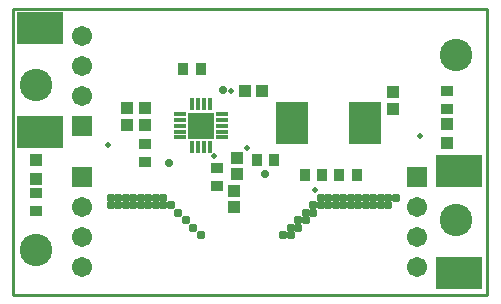
<source format=gts>
G04 Layer_Color=8388736*
%FSLAX25Y25*%
%MOIN*%
G70*
G01*
G75*
%ADD21C,0.01000*%
%ADD45R,0.04343X0.03950*%
%ADD46R,0.04343X0.03556*%
%ADD47O,0.04343X0.01587*%
%ADD48O,0.01587X0.04343*%
%ADD49R,0.08871X0.08871*%
%ADD50R,0.03556X0.04343*%
%ADD51R,0.03950X0.04343*%
%ADD52C,0.01981*%
%ADD53R,0.10839X0.14186*%
%ADD54R,0.03950X0.03950*%
%ADD55C,0.10800*%
%ADD56R,0.15800X0.10800*%
%ADD57C,0.06706*%
%ADD58R,0.06706X0.06706*%
%ADD59C,0.03100*%
%ADD60C,0.02800*%
%ADD61C,0.02769*%
D21*
X29500Y0D02*
X140500D01*
X170500D01*
Y48000D01*
Y95500D01*
X12500D02*
X170500D01*
X12500Y29500D02*
Y95500D01*
Y0D02*
X29500D01*
X12500D02*
Y29500D01*
D45*
X50476Y62279D02*
D03*
Y56768D02*
D03*
X56476Y62279D02*
D03*
Y56768D02*
D03*
X86976Y45779D02*
D03*
Y40268D02*
D03*
X85976Y34780D02*
D03*
Y29268D02*
D03*
X139000Y62244D02*
D03*
Y67756D02*
D03*
D46*
X56476Y50476D02*
D03*
Y44571D02*
D03*
X80476Y42476D02*
D03*
Y36571D02*
D03*
X20000Y33953D02*
D03*
Y28047D02*
D03*
X157000Y62047D02*
D03*
Y67953D02*
D03*
D47*
X82063Y60461D02*
D03*
Y58492D02*
D03*
Y56524D02*
D03*
Y54555D02*
D03*
Y52587D02*
D03*
X67890D02*
D03*
Y54555D02*
D03*
Y56524D02*
D03*
Y58492D02*
D03*
Y60461D02*
D03*
D48*
X77929Y49437D02*
D03*
X75961D02*
D03*
X73992D02*
D03*
X72024D02*
D03*
Y63610D02*
D03*
X73992D02*
D03*
X75961D02*
D03*
X77929D02*
D03*
D49*
X74976Y56524D02*
D03*
D50*
X74929Y75524D02*
D03*
X69024D02*
D03*
X93524Y45024D02*
D03*
X99429D02*
D03*
X115453Y40000D02*
D03*
X109547D02*
D03*
X126953D02*
D03*
X121047D02*
D03*
D51*
X95232Y68024D02*
D03*
X89720D02*
D03*
D52*
X79203Y46494D02*
D03*
X113000Y35244D02*
D03*
X85000Y68197D02*
D03*
X90500Y49197D02*
D03*
X148000Y53197D02*
D03*
X44000Y50197D02*
D03*
D53*
X129606Y57500D02*
D03*
X105394D02*
D03*
D54*
X157000Y50752D02*
D03*
Y57248D02*
D03*
X20000Y45248D02*
D03*
Y38752D02*
D03*
D55*
X160000Y25000D02*
D03*
X20000Y70000D02*
D03*
Y15000D02*
D03*
X160000Y80000D02*
D03*
D56*
X161000Y41500D02*
D03*
Y7500D02*
D03*
X21476Y54524D02*
D03*
Y89024D02*
D03*
D57*
X35476Y86524D02*
D03*
Y76524D02*
D03*
Y66524D02*
D03*
X146976Y9524D02*
D03*
Y19524D02*
D03*
Y29524D02*
D03*
X35476Y9524D02*
D03*
Y29524D02*
D03*
Y19524D02*
D03*
D58*
Y56524D02*
D03*
X146976Y39524D02*
D03*
X35476D02*
D03*
D59*
X140000Y32500D02*
D03*
X137500D02*
D03*
Y30000D02*
D03*
X135000Y32500D02*
D03*
Y30000D02*
D03*
X132500Y32500D02*
D03*
Y30000D02*
D03*
X130000Y32500D02*
D03*
Y30000D02*
D03*
X127500Y32500D02*
D03*
Y30000D02*
D03*
X125000Y32500D02*
D03*
Y30000D02*
D03*
X122500Y32500D02*
D03*
Y30000D02*
D03*
X120000Y32500D02*
D03*
Y30000D02*
D03*
X117500Y32500D02*
D03*
Y30000D02*
D03*
X115000Y32500D02*
D03*
Y30000D02*
D03*
X112500D02*
D03*
Y27500D02*
D03*
X110000D02*
D03*
Y25000D02*
D03*
X107500D02*
D03*
Y22500D02*
D03*
X105000D02*
D03*
Y20000D02*
D03*
X102500D02*
D03*
X75000D02*
D03*
X72500Y22500D02*
D03*
X70000Y25000D02*
D03*
X67500Y27500D02*
D03*
X65000Y30000D02*
D03*
X62500Y32500D02*
D03*
Y30000D02*
D03*
X60000Y32500D02*
D03*
Y30000D02*
D03*
X57500Y32500D02*
D03*
Y30000D02*
D03*
X55000Y32500D02*
D03*
Y30000D02*
D03*
X52500Y32500D02*
D03*
Y30000D02*
D03*
X50000Y32500D02*
D03*
Y30000D02*
D03*
X47500Y32500D02*
D03*
Y30000D02*
D03*
X45000Y32500D02*
D03*
Y30000D02*
D03*
D60*
X82476Y68524D02*
D03*
X96476Y40524D02*
D03*
X64476Y44024D02*
D03*
D61*
X72811Y54358D02*
D03*
Y58689D02*
D03*
X77142Y54358D02*
D03*
Y58689D02*
D03*
M02*

</source>
